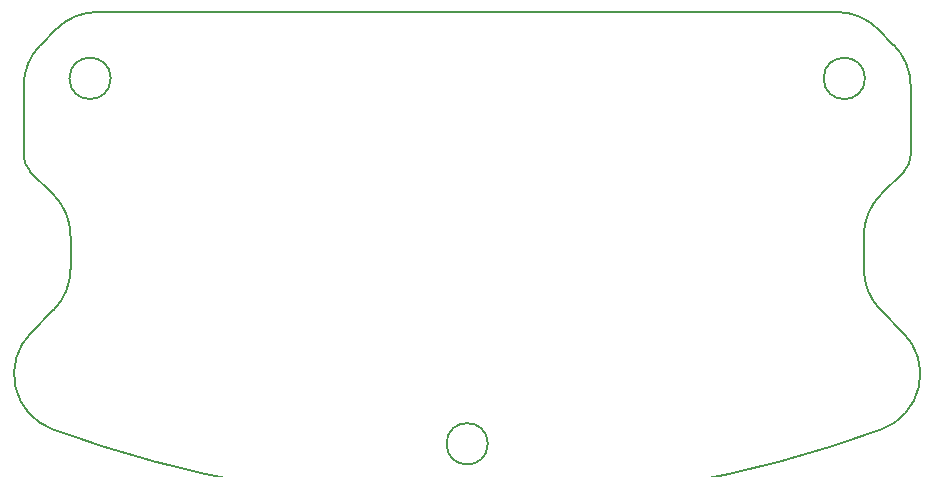
<source format=gbr>
G04 #@! TF.GenerationSoftware,KiCad,Pcbnew,(6.0.10)*
G04 #@! TF.CreationDate,2025-01-19T12:07:14+09:00*
G04 #@! TF.ProjectId,LINE__V2,4c494e45-fae4-4563-922e-6b696361645f,rev?*
G04 #@! TF.SameCoordinates,Original*
G04 #@! TF.FileFunction,Profile,NP*
%FSLAX46Y46*%
G04 Gerber Fmt 4.6, Leading zero omitted, Abs format (unit mm)*
G04 Created by KiCad (PCBNEW (6.0.10)) date 2025-01-19 12:07:14*
%MOMM*%
%LPD*%
G01*
G04 APERTURE LIST*
G04 #@! TA.AperFunction,Profile*
%ADD10C,0.200000*%
G04 #@! TD*
G04 APERTURE END LIST*
D10*
X-35038392Y-25269836D02*
G75*
G03*
X-33581248Y-21751980I-3517851J3517854D01*
G01*
X36972015Y-13512540D02*
G75*
G03*
X37554879Y-12105404I-1407115J1407140D01*
G01*
X-36909660Y-27141105D02*
G75*
G03*
X-35104204Y-35329968I3517856J-3517856D01*
G01*
X35038391Y-15446177D02*
X36972021Y-13512546D01*
X-35038392Y-25269836D02*
X-36909660Y-27141105D01*
X-37554880Y-6277400D02*
X-37554880Y-12105404D01*
X37554879Y-12105404D02*
X37554879Y-6277401D01*
X34795345Y-1457132D02*
G75*
G03*
X31277478Y0I-3517845J-3517868D01*
G01*
X33678678Y-5626200D02*
G75*
G03*
X33678678Y-5626200I-1750000J0D01*
G01*
X36909659Y-27141105D02*
X35038391Y-25269836D01*
X-35104204Y-35329968D02*
G75*
G03*
X35104203Y-35329968I35104203J95755655D01*
G01*
X35038394Y-15446180D02*
G75*
G03*
X33581247Y-18964033I3517856J-3517860D01*
G01*
X36097735Y-2759544D02*
X34795334Y-1457143D01*
X35104203Y-35329968D02*
G75*
G03*
X36909659Y-27141105I-1712403J4671008D01*
G01*
X1750000Y-36561815D02*
G75*
G03*
X1750000Y-36561815I-1750000J0D01*
G01*
X-37554880Y-12105404D02*
G75*
G03*
X-36972022Y-13512546I1989999J0D01*
G01*
X33581247Y-21751980D02*
X33581247Y-18964033D01*
X-30178679Y-5626200D02*
G75*
G03*
X-30178679Y-5626200I-1750000J0D01*
G01*
X-34795336Y-1457144D02*
X-36097736Y-2759544D01*
X37554885Y-6277401D02*
G75*
G03*
X36097735Y-2759544I-4974985J1D01*
G01*
X33581277Y-21751980D02*
G75*
G03*
X35038391Y-25269836I4975023J-20D01*
G01*
X-36097736Y-2759544D02*
G75*
G03*
X-37554880Y-6277400I3517862J-3517859D01*
G01*
X-31277479Y0D02*
G75*
G03*
X-34795336Y-1457144I-3J-4974995D01*
G01*
X31277478Y0D02*
X-31277479Y0D01*
X-33581248Y-18964033D02*
X-33581248Y-21751980D01*
X-36972022Y-13512546D02*
X-35038392Y-15446177D01*
X-33581248Y-18964033D02*
G75*
G03*
X-35038392Y-15446177I-4974995J2D01*
G01*
M02*

</source>
